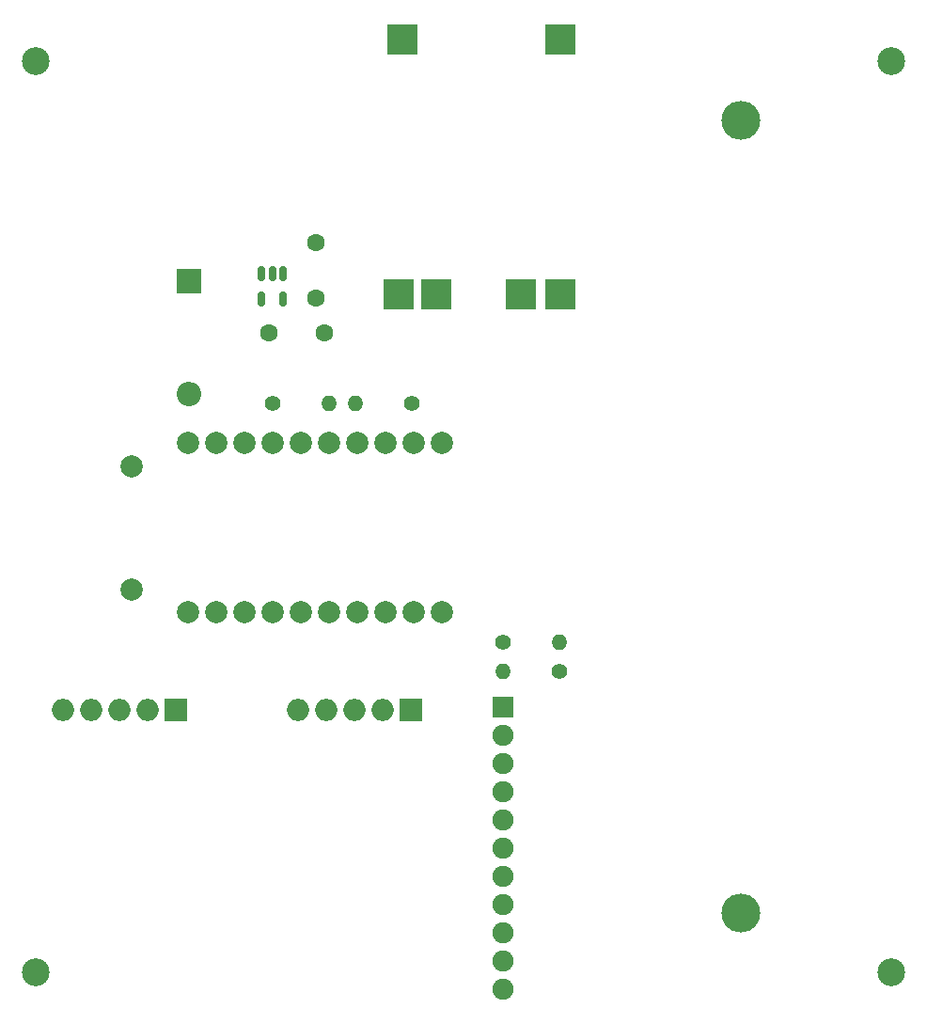
<source format=gts>
G04 #@! TF.GenerationSoftware,KiCad,Pcbnew,(6.0.9)*
G04 #@! TF.CreationDate,2023-01-31T02:57:35+02:00*
G04 #@! TF.ProjectId,Schematics,53636865-6d61-4746-9963-732e6b696361,rev?*
G04 #@! TF.SameCoordinates,Original*
G04 #@! TF.FileFunction,Soldermask,Top*
G04 #@! TF.FilePolarity,Negative*
%FSLAX46Y46*%
G04 Gerber Fmt 4.6, Leading zero omitted, Abs format (unit mm)*
G04 Created by KiCad (PCBNEW (6.0.9)) date 2023-01-31 02:57:35*
%MOMM*%
%LPD*%
G01*
G04 APERTURE LIST*
G04 Aperture macros list*
%AMRoundRect*
0 Rectangle with rounded corners*
0 $1 Rounding radius*
0 $2 $3 $4 $5 $6 $7 $8 $9 X,Y pos of 4 corners*
0 Add a 4 corners polygon primitive as box body*
4,1,4,$2,$3,$4,$5,$6,$7,$8,$9,$2,$3,0*
0 Add four circle primitives for the rounded corners*
1,1,$1+$1,$2,$3*
1,1,$1+$1,$4,$5*
1,1,$1+$1,$6,$7*
1,1,$1+$1,$8,$9*
0 Add four rect primitives between the rounded corners*
20,1,$1+$1,$2,$3,$4,$5,0*
20,1,$1+$1,$4,$5,$6,$7,0*
20,1,$1+$1,$6,$7,$8,$9,0*
20,1,$1+$1,$8,$9,$2,$3,0*%
G04 Aperture macros list end*
%ADD10O,3.500000X3.500000*%
%ADD11C,2.500000*%
%ADD12C,1.600000*%
%ADD13RoundRect,0.150000X-0.150000X0.512500X-0.150000X-0.512500X0.150000X-0.512500X0.150000X0.512500X0*%
%ADD14R,1.900000X1.900000*%
%ADD15C,1.900000*%
%ADD16R,2.000000X2.000000*%
%ADD17O,2.000000X2.000000*%
%ADD18C,1.400000*%
%ADD19O,1.400000X1.400000*%
%ADD20C,2.000000*%
%ADD21R,2.800000X2.800000*%
%ADD22R,2.200000X2.200000*%
%ADD23O,2.200000X2.200000*%
G04 APERTURE END LIST*
D10*
X167500000Y-69300000D03*
X167500000Y-140700000D03*
D11*
X104000000Y-146000000D03*
X104000000Y-64000000D03*
D12*
X124988000Y-88446000D03*
X129988000Y-88446000D03*
D13*
X126238000Y-83108500D03*
X125288000Y-83108500D03*
X124338000Y-83108500D03*
X124338000Y-85383500D03*
X126238000Y-85383500D03*
D14*
X146043000Y-122138000D03*
D15*
X146043000Y-124678000D03*
X146043000Y-127218000D03*
X146043000Y-129758000D03*
X146043000Y-132298000D03*
X146043000Y-134838000D03*
X146043000Y-137378000D03*
X146043000Y-139918000D03*
X146043000Y-142458000D03*
X146043000Y-144998000D03*
X146043000Y-147538000D03*
D16*
X137750000Y-122435500D03*
D17*
X135210000Y-122435500D03*
X132670000Y-122435500D03*
X130130000Y-122435500D03*
X127590000Y-122435500D03*
D11*
X181000000Y-146000000D03*
D18*
X151128000Y-118946000D03*
D19*
X146048000Y-118946000D03*
D11*
X181000000Y-64000000D03*
D18*
X137828000Y-94796000D03*
D19*
X132748000Y-94796000D03*
D18*
X125348000Y-94796000D03*
D19*
X130428000Y-94796000D03*
D20*
X130433000Y-98380000D03*
X135513000Y-113620000D03*
X138053000Y-113620000D03*
X117733000Y-113620000D03*
X120273000Y-113620000D03*
X122813000Y-113620000D03*
X125353000Y-113620000D03*
X127893000Y-113620000D03*
X130433000Y-113620000D03*
X127893000Y-98380000D03*
X125353000Y-98380000D03*
X132973000Y-113620000D03*
X138053000Y-98380000D03*
X135513000Y-98380000D03*
X132973000Y-98380000D03*
X140593000Y-113620000D03*
X140593000Y-98380000D03*
X122813000Y-98380000D03*
X120273000Y-98380000D03*
X112653000Y-100440000D03*
X112653000Y-111560000D03*
X117733000Y-98380000D03*
D16*
X116618000Y-122396000D03*
D17*
X114078000Y-122396000D03*
X111538000Y-122396000D03*
X108998000Y-122396000D03*
X106458000Y-122396000D03*
D21*
X151188000Y-62046000D03*
X136988000Y-62046000D03*
X151188000Y-84946000D03*
X147688000Y-84946000D03*
X140088000Y-84946000D03*
X136688000Y-84946000D03*
D12*
X129188000Y-85346000D03*
X129188000Y-80346000D03*
D18*
X146048000Y-116346000D03*
D19*
X151128000Y-116346000D03*
D22*
X117788000Y-83766000D03*
D23*
X117788000Y-93926000D03*
M02*

</source>
